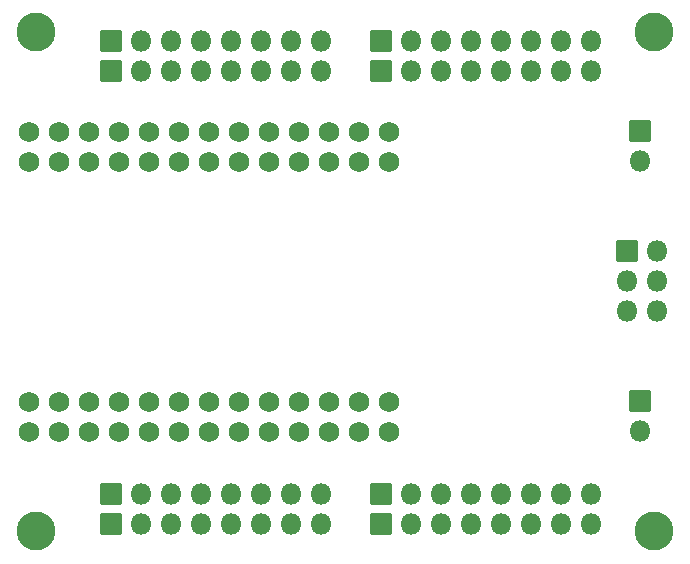
<source format=gbr>
%TF.GenerationSoftware,KiCad,Pcbnew,(5.99.0-8139-gd24b034cbc)*%
%TF.CreationDate,2021-01-06T10:54:56+00:00*%
%TF.ProjectId,neon,6e656f6e-2e6b-4696-9361-645f70636258,1.0*%
%TF.SameCoordinates,Original*%
%TF.FileFunction,Soldermask,Bot*%
%TF.FilePolarity,Negative*%
%FSLAX46Y46*%
G04 Gerber Fmt 4.6, Leading zero omitted, Abs format (unit mm)*
G04 Created by KiCad (PCBNEW (5.99.0-8139-gd24b034cbc)) date 2021-01-06 10:54:56*
%MOMM*%
%LPD*%
G01*
G04 APERTURE LIST*
G04 Aperture macros list*
%AMRoundRect*
0 Rectangle with rounded corners*
0 $1 Rounding radius*
0 $2 $3 $4 $5 $6 $7 $8 $9 X,Y pos of 4 corners*
0 Add a 4 corners polygon primitive as box body*
4,1,4,$2,$3,$4,$5,$6,$7,$8,$9,$2,$3,0*
0 Add four circle primitives for the rounded corners*
1,1,$1+$1,$2,$3,0*
1,1,$1+$1,$4,$5,0*
1,1,$1+$1,$6,$7,0*
1,1,$1+$1,$8,$9,0*
0 Add four rect primitives between the rounded corners*
20,1,$1+$1,$2,$3,$4,$5,0*
20,1,$1+$1,$4,$5,$6,$7,0*
20,1,$1+$1,$6,$7,$8,$9,0*
20,1,$1+$1,$8,$9,$2,$3,0*%
G04 Aperture macros list end*
%ADD10C,1.750000*%
%ADD11RoundRect,0.050000X-0.850000X-0.850000X0.850000X-0.850000X0.850000X0.850000X-0.850000X0.850000X0*%
%ADD12O,1.800000X1.800000*%
%ADD13RoundRect,0.050000X0.850000X-0.850000X0.850000X0.850000X-0.850000X0.850000X-0.850000X-0.850000X0*%
%ADD14C,3.300000*%
G04 APERTURE END LIST*
D10*
%TO.C,U1*%
X118784400Y-117653600D03*
X121324400Y-117653600D03*
X123864400Y-117653600D03*
X126404400Y-117653600D03*
X128944400Y-117653600D03*
X131484400Y-117653600D03*
X134024400Y-117653600D03*
X136564400Y-117653600D03*
X139104400Y-117653600D03*
X141644400Y-117653600D03*
X144184400Y-117653600D03*
X146724400Y-117653600D03*
X149264400Y-117653600D03*
X118784400Y-115114600D03*
X121324400Y-115114600D03*
X123864400Y-115114600D03*
X126404400Y-115114600D03*
X128944400Y-115114600D03*
X131484400Y-115114600D03*
X134024400Y-115114600D03*
X136564400Y-115114600D03*
X139104400Y-115114600D03*
X141644400Y-115114600D03*
X144184400Y-115114600D03*
X146724400Y-115114600D03*
X149264400Y-115114600D03*
X118784400Y-94763600D03*
X121324400Y-94763600D03*
X123864400Y-94763600D03*
X126404400Y-94763600D03*
X128944400Y-94763600D03*
X131484400Y-94763600D03*
X134024400Y-94763600D03*
X136564400Y-94763600D03*
X139104400Y-94763600D03*
X141644400Y-94763600D03*
X144184400Y-94763600D03*
X146724400Y-94763600D03*
X149264400Y-94763600D03*
X118784400Y-92223600D03*
X121324400Y-92223600D03*
X123864400Y-92223600D03*
X126404400Y-92223600D03*
X128944400Y-92223600D03*
X131484400Y-92223600D03*
X134024400Y-92223600D03*
X136564400Y-92223600D03*
X139104400Y-92223600D03*
X141644400Y-92223600D03*
X144184400Y-92223600D03*
X146724400Y-92223600D03*
X149264400Y-92223600D03*
%TD*%
D11*
%TO.C,J1*%
X170561000Y-115062000D03*
D12*
X170561000Y-117602000D03*
%TD*%
D13*
%TO.C,U2*%
X148590000Y-84582000D03*
D12*
X151130000Y-84582000D03*
X153670000Y-84582000D03*
X156210000Y-84582000D03*
X158750000Y-84582000D03*
X161290000Y-84582000D03*
X163830000Y-84582000D03*
X166370000Y-84582000D03*
%TD*%
D13*
%TO.C,U5*%
X125730000Y-84582000D03*
D12*
X128270000Y-84582000D03*
X130810000Y-84582000D03*
X133350000Y-84582000D03*
X135890000Y-84582000D03*
X138430000Y-84582000D03*
X140970000Y-84582000D03*
X143510000Y-84582000D03*
%TD*%
D13*
%TO.C,U4*%
X125730000Y-125476000D03*
D12*
X128270000Y-125476000D03*
X130810000Y-125476000D03*
X133350000Y-125476000D03*
X135890000Y-125476000D03*
X138430000Y-125476000D03*
X140970000Y-125476000D03*
X143510000Y-125476000D03*
%TD*%
D13*
%TO.C,U3*%
X148590000Y-125476000D03*
D12*
X151130000Y-125476000D03*
X153670000Y-125476000D03*
X156210000Y-125476000D03*
X158750000Y-125476000D03*
X161290000Y-125476000D03*
X163830000Y-125476000D03*
X166370000Y-125476000D03*
%TD*%
D11*
%TO.C,J5*%
X170561000Y-92202000D03*
D12*
X170561000Y-94742000D03*
%TD*%
D14*
%TO.C,H1*%
X119380000Y-83820000D03*
%TD*%
%TO.C,H2*%
X171704000Y-83820000D03*
%TD*%
%TO.C,H3*%
X119380000Y-126034800D03*
%TD*%
%TO.C,H4*%
X171704000Y-126034800D03*
%TD*%
D13*
%TO.C,S1*%
X148590000Y-87122000D03*
D12*
X151130000Y-87122000D03*
X153670000Y-87122000D03*
X156210000Y-87122000D03*
X158750000Y-87122000D03*
X161290000Y-87122000D03*
X163830000Y-87122000D03*
X166370000Y-87122000D03*
%TD*%
D13*
%TO.C,S2*%
X125730000Y-87122000D03*
D12*
X128270000Y-87122000D03*
X130810000Y-87122000D03*
X133350000Y-87122000D03*
X135890000Y-87122000D03*
X138430000Y-87122000D03*
X140970000Y-87122000D03*
X143510000Y-87122000D03*
%TD*%
D13*
%TO.C,S3*%
X125730000Y-122936000D03*
D12*
X128270000Y-122936000D03*
X130810000Y-122936000D03*
X133350000Y-122936000D03*
X135890000Y-122936000D03*
X138430000Y-122936000D03*
X140970000Y-122936000D03*
X143510000Y-122936000D03*
%TD*%
D13*
%TO.C,S4*%
X148590000Y-122936000D03*
D12*
X151130000Y-122936000D03*
X153670000Y-122936000D03*
X156210000Y-122936000D03*
X158750000Y-122936000D03*
X161290000Y-122936000D03*
X163830000Y-122936000D03*
X166370000Y-122936000D03*
%TD*%
D11*
%TO.C,J2*%
X169418000Y-102362000D03*
D12*
X171958000Y-102362000D03*
X169418000Y-104902000D03*
X171958000Y-104902000D03*
X169418000Y-107442000D03*
X171958000Y-107442000D03*
%TD*%
M02*

</source>
